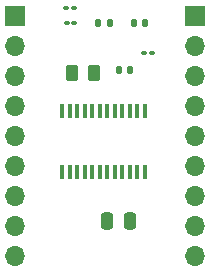
<source format=gbr>
%TF.GenerationSoftware,KiCad,Pcbnew,8.0.2-8.0.2-0~ubuntu22.04.1*%
%TF.CreationDate,2024-06-02T15:46:05+09:00*%
%TF.ProjectId,TB6211_ver2,54423632-3131-45f7-9665-72322e6b6963,rev?*%
%TF.SameCoordinates,Original*%
%TF.FileFunction,Soldermask,Top*%
%TF.FilePolarity,Negative*%
%FSLAX46Y46*%
G04 Gerber Fmt 4.6, Leading zero omitted, Abs format (unit mm)*
G04 Created by KiCad (PCBNEW 8.0.2-8.0.2-0~ubuntu22.04.1) date 2024-06-02 15:46:05*
%MOMM*%
%LPD*%
G01*
G04 APERTURE LIST*
G04 Aperture macros list*
%AMRoundRect*
0 Rectangle with rounded corners*
0 $1 Rounding radius*
0 $2 $3 $4 $5 $6 $7 $8 $9 X,Y pos of 4 corners*
0 Add a 4 corners polygon primitive as box body*
4,1,4,$2,$3,$4,$5,$6,$7,$8,$9,$2,$3,0*
0 Add four circle primitives for the rounded corners*
1,1,$1+$1,$2,$3*
1,1,$1+$1,$4,$5*
1,1,$1+$1,$6,$7*
1,1,$1+$1,$8,$9*
0 Add four rect primitives between the rounded corners*
20,1,$1+$1,$2,$3,$4,$5,0*
20,1,$1+$1,$4,$5,$6,$7,0*
20,1,$1+$1,$6,$7,$8,$9,0*
20,1,$1+$1,$8,$9,$2,$3,0*%
G04 Aperture macros list end*
%ADD10R,0.400000X1.200000*%
%ADD11RoundRect,0.250000X-0.262500X-0.450000X0.262500X-0.450000X0.262500X0.450000X-0.262500X0.450000X0*%
%ADD12RoundRect,0.250000X-0.250000X-0.475000X0.250000X-0.475000X0.250000X0.475000X-0.250000X0.475000X0*%
%ADD13R,1.700000X1.700000*%
%ADD14O,1.700000X1.700000*%
%ADD15RoundRect,0.140000X-0.140000X-0.170000X0.140000X-0.170000X0.140000X0.170000X-0.140000X0.170000X0*%
%ADD16RoundRect,0.100000X-0.130000X-0.100000X0.130000X-0.100000X0.130000X0.100000X-0.130000X0.100000X0*%
%ADD17RoundRect,0.100000X0.130000X0.100000X-0.130000X0.100000X-0.130000X-0.100000X0.130000X-0.100000X0*%
G04 APERTURE END LIST*
D10*
%TO.C,U1*%
X125507500Y-80900000D03*
X126142500Y-80900000D03*
X126777500Y-80900000D03*
X127412500Y-80900000D03*
X128047500Y-80900000D03*
X128682500Y-80900000D03*
X129317500Y-80900000D03*
X129952500Y-80900000D03*
X130587500Y-80900000D03*
X131222500Y-80900000D03*
X131857500Y-80900000D03*
X132492500Y-80900000D03*
X132492500Y-86100000D03*
X131857500Y-86100000D03*
X131222500Y-86100000D03*
X130587500Y-86100000D03*
X129952500Y-86100000D03*
X129317500Y-86100000D03*
X128682500Y-86100000D03*
X128047500Y-86100000D03*
X127412500Y-86100000D03*
X126777500Y-86100000D03*
X126142500Y-86100000D03*
X125507500Y-86100000D03*
%TD*%
D11*
%TO.C,R1*%
X126337500Y-77750000D03*
X128162500Y-77750000D03*
%TD*%
D12*
%TO.C,J1*%
X129300000Y-90250000D03*
X131200000Y-90250000D03*
%TD*%
D13*
%TO.C,Conn2*%
X136750000Y-72930000D03*
D14*
X136750000Y-75470000D03*
X136750000Y-78010000D03*
X136750000Y-80550000D03*
X136750000Y-83090000D03*
X136750000Y-85630000D03*
X136750000Y-88170000D03*
X136750000Y-90710000D03*
X136750000Y-93250000D03*
%TD*%
D13*
%TO.C,Conn1*%
X121500000Y-72920000D03*
D14*
X121500000Y-75460000D03*
X121500000Y-78000000D03*
X121500000Y-80540000D03*
X121500000Y-83080000D03*
X121500000Y-85620000D03*
X121500000Y-88160000D03*
X121500000Y-90700000D03*
X121500000Y-93240000D03*
%TD*%
D15*
%TO.C,C6*%
X130270000Y-77500000D03*
X131230000Y-77500000D03*
%TD*%
D16*
%TO.C,C5*%
X125835000Y-72250000D03*
X126475000Y-72250000D03*
%TD*%
D15*
%TO.C,C4*%
X131540000Y-73500000D03*
X132500000Y-73500000D03*
%TD*%
D16*
%TO.C,C3*%
X132430000Y-76000000D03*
X133070000Y-76000000D03*
%TD*%
D15*
%TO.C,C2*%
X128540000Y-73500000D03*
X129500000Y-73500000D03*
%TD*%
D17*
%TO.C,C1*%
X126500000Y-73500000D03*
X125860000Y-73500000D03*
%TD*%
M02*

</source>
